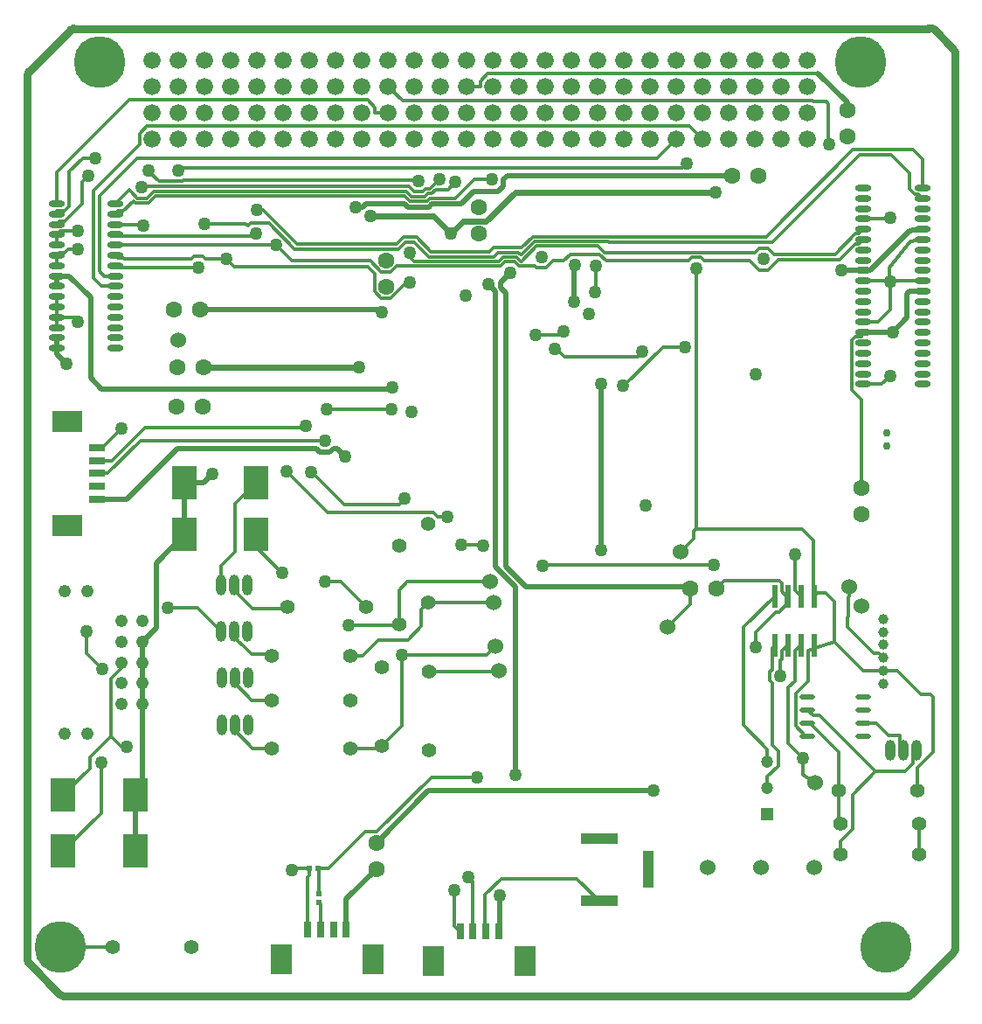
<source format=gtl>
G04 Layer_Physical_Order=1*
G04 Layer_Color=255*
%FSLAX43Y43*%
%MOMM*%
G71*
G01*
G75*
%ADD10R,0.800X1.600*%
%ADD11R,0.610X0.559*%
%ADD12R,0.559X0.610*%
%ADD13R,0.559X2.184*%
%ADD14R,2.400X3.300*%
%ADD15O,1.500X0.550*%
%ADD16O,1.600X0.600*%
%ADD17R,1.600X0.800*%
%ADD18R,3.000X2.100*%
%ADD19C,0.330*%
%ADD20C,0.559*%
%ADD21C,0.508*%
%ADD22C,0.305*%
%ADD23C,0.762*%
%ADD24C,0.762*%
%ADD25C,1.524*%
%ADD26R,1.200X1.200*%
%ADD27C,1.200*%
%ADD28C,1.220*%
%ADD29O,1.000X2.000*%
%ADD30O,1.000X2.000*%
%ADD31C,1.400*%
%ADD32R,2.100X3.000*%
%ADD33C,1.600*%
%ADD34C,1.000*%
%ADD35C,0.750*%
%ADD36R,3.600X1.100*%
%ADD37R,1.100X3.600*%
%ADD38C,1.676*%
%ADD39C,1.270*%
%ADD40C,5.000*%
D10*
X45990Y7036D02*
D03*
X44740D02*
D03*
X43490D02*
D03*
X42240D02*
D03*
X31222Y7229D02*
D03*
X29972D02*
D03*
X28722D02*
D03*
X27472D02*
D03*
D11*
X28575Y10630D02*
D03*
Y9792D02*
D03*
D12*
X28461Y13106D02*
D03*
X27622D02*
D03*
D13*
X72720Y39472D02*
D03*
X73990D02*
D03*
X75260D02*
D03*
X76530D02*
D03*
Y34747D02*
D03*
X75260D02*
D03*
X73990D02*
D03*
X72720D02*
D03*
D14*
X22474Y50444D02*
D03*
X15524D02*
D03*
X22474Y45441D02*
D03*
X15524D02*
D03*
X3789Y20193D02*
D03*
X10739D02*
D03*
X3789Y14834D02*
D03*
X10739D02*
D03*
D15*
X81321Y25933D02*
D03*
Y27203D02*
D03*
Y28473D02*
D03*
Y29743D02*
D03*
X75921Y25933D02*
D03*
Y27203D02*
D03*
Y28473D02*
D03*
Y29743D02*
D03*
D16*
X87031Y59994D02*
D03*
Y60994D02*
D03*
Y61994D02*
D03*
Y62994D02*
D03*
Y63994D02*
D03*
Y64994D02*
D03*
Y65994D02*
D03*
Y66994D02*
D03*
Y67994D02*
D03*
Y68994D02*
D03*
Y69994D02*
D03*
Y70994D02*
D03*
Y71994D02*
D03*
Y72994D02*
D03*
Y73994D02*
D03*
Y74994D02*
D03*
Y75994D02*
D03*
Y76994D02*
D03*
Y77994D02*
D03*
Y78994D02*
D03*
X81331D02*
D03*
Y77994D02*
D03*
Y76994D02*
D03*
Y75994D02*
D03*
Y74994D02*
D03*
Y73994D02*
D03*
Y72994D02*
D03*
Y71994D02*
D03*
Y70994D02*
D03*
Y69994D02*
D03*
Y68994D02*
D03*
Y67994D02*
D03*
Y66994D02*
D03*
Y65994D02*
D03*
Y64994D02*
D03*
Y63994D02*
D03*
Y62994D02*
D03*
Y61994D02*
D03*
Y60994D02*
D03*
Y59994D02*
D03*
X8824Y63470D02*
D03*
Y64470D02*
D03*
Y65470D02*
D03*
Y66470D02*
D03*
Y67470D02*
D03*
Y68470D02*
D03*
Y69470D02*
D03*
Y70470D02*
D03*
Y71470D02*
D03*
Y72470D02*
D03*
Y73470D02*
D03*
Y74470D02*
D03*
Y75470D02*
D03*
Y76470D02*
D03*
Y77470D02*
D03*
X3124D02*
D03*
Y76470D02*
D03*
Y75470D02*
D03*
Y74470D02*
D03*
Y73470D02*
D03*
Y72470D02*
D03*
Y71470D02*
D03*
Y70470D02*
D03*
Y69470D02*
D03*
Y68470D02*
D03*
Y67470D02*
D03*
Y66470D02*
D03*
Y65470D02*
D03*
Y64470D02*
D03*
Y63470D02*
D03*
D17*
X7042Y53855D02*
D03*
Y52605D02*
D03*
Y51355D02*
D03*
Y50105D02*
D03*
Y48855D02*
D03*
D18*
X4142Y56405D02*
D03*
Y46305D02*
D03*
D19*
X81153Y49911D02*
Y58488D01*
X80239Y59402D02*
X81153Y58488D01*
X80239Y59402D02*
Y64239D01*
X80586Y64586D01*
X81153D01*
Y64816D01*
X81331Y64994D01*
X42342Y44425D02*
X44399D01*
X44450Y44374D01*
X29362Y57556D02*
X35585D01*
X29312Y57607D02*
X29362Y57556D01*
X50317Y42469D02*
X66802D01*
X63602Y43739D02*
X64897Y45034D01*
Y45771D01*
X39446Y21946D02*
X43891D01*
X34163Y16662D02*
X39446Y21946D01*
X33020Y16662D02*
X34163D01*
X29464Y13106D02*
X33020Y16662D01*
X28461Y13106D02*
X29464D01*
X23165Y76860D02*
X26467Y73558D01*
X22581Y76860D02*
X23165D01*
X26467Y73558D02*
X36115D01*
X36763Y74206D01*
X38015D01*
X39424Y72796D01*
X45110D01*
X45529Y73215D01*
X48232D01*
X49299Y74282D01*
X71895D01*
X80289Y82677D01*
X17475Y75514D02*
X21471D01*
X21674Y75311D01*
X8961Y74333D02*
X22187D01*
X8824Y74470D02*
X8961Y74333D01*
X22187D02*
X22428Y74574D01*
X21674Y75311D02*
X21992Y75629D01*
X23704D01*
X26231Y73101D01*
X36304D01*
X36952Y73749D01*
X37825D01*
X39235Y72339D01*
X45466D01*
X45885Y72758D01*
X47882D01*
X48121Y72519D01*
X48182D01*
X49488Y73825D01*
X56578D01*
X56693Y73711D01*
X72492D02*
X81001Y82220D01*
X56693Y73711D02*
X72492D01*
X72096Y73159D02*
X72662Y72593D01*
X71223Y73159D02*
X72096D01*
X70784Y72720D02*
X71223Y73159D01*
X56239Y72720D02*
X70784D01*
X65550Y72263D02*
X65880Y71933D01*
X64676Y72263D02*
X65550D01*
X64346Y71933D02*
X64676Y72263D01*
X70340Y71933D02*
X71223Y71051D01*
X65880Y71933D02*
X70340D01*
X56380D02*
X64346D01*
X80289Y82677D02*
X86157D01*
X48111Y71882D02*
X48192D01*
X47692Y72301D02*
X48111Y71882D01*
X46440Y72301D02*
X47692D01*
X46021Y71882D02*
X46440Y72301D01*
X37770Y71882D02*
X46021D01*
X47922Y71425D02*
X48381D01*
X47503Y71844D02*
X47922Y71425D01*
X46630Y71844D02*
X47503D01*
X46210Y71425D02*
X46630Y71844D01*
X37580Y71425D02*
X46210D01*
X48432Y71476D02*
X49462D01*
X48381Y71425D02*
X48432Y71476D01*
X37530D02*
X37580Y71425D01*
X36114Y71476D02*
X37530D01*
X48192Y71882D02*
X49678Y73368D01*
X36932Y72720D02*
X37770Y71882D01*
X19558Y72136D02*
X20320Y71374D01*
X33299D01*
X33960Y70714D01*
Y68966D02*
Y70714D01*
Y68966D02*
X34600Y68326D01*
X35504D01*
X37028Y69850D01*
X37389D01*
X49462Y71476D02*
X49678Y71260D01*
X35504Y70866D02*
X36114Y71476D01*
X49678Y73368D02*
X55592D01*
X56239Y72720D01*
X72662Y72593D02*
X78593D01*
X80586Y74586D01*
X80923D01*
X81331Y74994D01*
X73093Y72048D02*
X79048D01*
X72096Y71051D02*
X73093Y72048D01*
X55758Y72555D02*
X56380Y71933D01*
X52929Y72555D02*
X55758D01*
X52306Y71933D02*
X52929Y72555D01*
X50551Y71260D02*
X51224Y71933D01*
X33533D02*
X34600Y70866D01*
X25909Y71933D02*
X33533D01*
X51224D02*
X52306D01*
X79048Y72048D02*
X80586Y73586D01*
X71223Y71051D02*
X72096D01*
X49678Y71260D02*
X50551D01*
X34600Y70866D02*
X35504D01*
X24372Y73470D02*
X25909Y71933D01*
X80923Y73586D02*
X81331Y73994D01*
X80586Y73586D02*
X80923D01*
X37257Y79134D02*
X37765Y78626D01*
X37068Y78676D02*
X37576Y78169D01*
X11841Y77991D02*
X12527Y78676D01*
X36878Y78219D02*
X37386Y77711D01*
X12031Y77534D02*
X12716Y78219D01*
X36878D01*
X12527Y78676D02*
X37068D01*
X11493Y79134D02*
X37257D01*
X11405Y79045D02*
X11493Y79134D01*
X39296Y77991D02*
X41737D01*
X39332Y78905D02*
X40284Y79858D01*
X39017Y77711D02*
X39296Y77991D01*
X37386Y77711D02*
X39017D01*
X39107Y78448D02*
X39521D01*
X38828Y78169D02*
X39107Y78448D01*
X37576Y78169D02*
X38828D01*
X38918Y78905D02*
X39332D01*
X38638Y78626D02*
X38918Y78905D01*
X37765Y78626D02*
X38638D01*
X39521Y78448D02*
X39877Y78803D01*
X41737Y77991D02*
X43604Y79858D01*
X10592Y77720D02*
X10779Y77534D01*
X10592Y77720D02*
X10592D01*
X10351Y78608D02*
X10968Y77991D01*
X10779Y77534D02*
X12031D01*
X9622Y76751D02*
X10592Y77720D01*
X10968Y77991D02*
X11841D01*
X41059Y78803D02*
X41808Y79553D01*
X10351Y78608D02*
Y78636D01*
X10170Y78816D02*
X10351Y78636D01*
X39877Y78803D02*
X41059D01*
X8824Y77470D02*
X10170Y78816D01*
X43604Y79858D02*
X45314D01*
X55372Y69164D02*
Y71450D01*
Y69164D02*
X55499Y69037D01*
X65113Y45987D02*
Y71209D01*
X81001Y82220D02*
X84049D01*
X85827Y80442D01*
Y78861D02*
Y80442D01*
Y78861D02*
X86286Y78402D01*
X86623D01*
X87031Y77994D01*
X86157Y82677D02*
X87031Y81803D01*
Y78994D02*
Y81803D01*
X74727Y40005D02*
X75260Y39472D01*
X74727Y40005D02*
Y43485D01*
X76479Y39522D02*
X76530Y39472D01*
X76479Y39522D02*
Y44895D01*
X75387Y45987D02*
X76479Y44895D01*
X65113Y45987D02*
X75387D01*
X77953Y83185D02*
Y87122D01*
X77724Y87351D02*
X77953Y87122D01*
X76452Y87351D02*
X77724D01*
X76389Y87414D02*
X76452Y87351D01*
X36690Y87414D02*
X76389D01*
X35281Y88824D02*
X36690Y87414D01*
X49530Y64770D02*
X51892D01*
X52261Y65138D01*
X45898Y7128D02*
X45990Y7036D01*
X25959Y12979D02*
X26086Y13106D01*
X27622D01*
X27472Y12308D02*
X27622Y12459D01*
Y13106D01*
X28461D02*
X28575Y12992D01*
X63767Y80912D02*
X64211Y81356D01*
X15151Y80912D02*
X63767D01*
X14935Y80696D02*
X15151Y80912D01*
X12065Y80620D02*
X13043Y79642D01*
X15372D01*
X15461Y79731D02*
X38151D01*
X15372Y79642D02*
X15461Y79731D01*
X38151D02*
X38202Y79680D01*
X39192Y32182D02*
X45974D01*
X46025Y32233D01*
X25959Y12979D02*
X25972Y12967D01*
X27472Y7229D02*
Y12308D01*
X28575Y10630D02*
Y12992D01*
Y9792D02*
X28722Y9645D01*
Y7229D02*
Y9645D01*
X12065Y80620D02*
Y80696D01*
X4343Y80569D02*
X5664Y81890D01*
X6909D01*
X5080Y66040D02*
X5232D01*
X4877Y66243D02*
X5080Y66040D01*
X9105Y76751D02*
X9622D01*
X8824Y76470D02*
X9105Y76751D01*
X9449Y32501D02*
Y33045D01*
X37135Y40869D02*
X45187D01*
X36347Y40081D02*
X37135Y40869D01*
X36347Y36779D02*
Y40081D01*
X44831Y33757D02*
X45669Y34595D01*
X36627Y33757D02*
X44831D01*
X38506Y38202D02*
X39167Y38862D01*
X45491D02*
X45491Y38862D01*
X39167Y38862D02*
X45491D01*
X34671Y24943D02*
X36627Y26899D01*
Y33757D01*
X79781Y36452D02*
X79934Y40411D01*
X79781Y36452D02*
X82294Y33939D01*
X82837D01*
X83267Y33509D01*
X75489Y22174D02*
X76632Y21387D01*
X75489Y22174D02*
Y23774D01*
X78511Y35052D02*
X81305Y32259D01*
X62332Y36449D02*
X64541Y38659D01*
X4877Y66243D02*
X4978Y66345D01*
X6388Y23830D02*
X8259Y25701D01*
X6071Y33934D02*
X7544Y32461D01*
X6071Y33934D02*
Y36093D01*
X73863Y38650D02*
Y39472D01*
X73173Y37960D02*
X73863Y38650D01*
X72835Y37960D02*
X73173D01*
X70866Y35992D02*
X72835Y37960D01*
X70866Y34519D02*
Y35992D01*
X69723Y36474D02*
X72720Y39472D01*
X69723Y26968D02*
Y36474D01*
Y26968D02*
X72034Y24656D01*
X79756Y86487D02*
Y87249D01*
X44920Y90081D02*
X76924D01*
X44183Y89345D02*
X44920Y90081D01*
X44183Y88824D02*
Y89345D01*
X42901Y88824D02*
X44183D01*
X81321Y27203D02*
X82550D01*
X83772Y25981D01*
X84841D01*
Y24913D02*
Y25981D01*
Y24913D02*
X85192Y24562D01*
X76645Y34411D02*
X78511Y35052D01*
X75959Y34176D02*
X76645Y34411D01*
X81305Y32259D02*
X83267D01*
X74016Y25248D02*
X75489Y23774D01*
X74016Y25248D02*
Y30602D01*
X74689Y31275D01*
Y34176D01*
X75260Y34747D01*
X73304Y31725D02*
Y33253D01*
X73419Y33367D01*
Y34176D01*
X73990Y34747D01*
X78511Y35052D02*
Y38938D01*
X77673Y39776D02*
X78511Y38938D01*
X76835Y39776D02*
X77673D01*
X76530Y39472D02*
X76835Y39776D01*
X72034Y23444D02*
Y24656D01*
X73053Y23022D02*
Y24463D01*
X72034Y22003D02*
X73053Y23022D01*
X72034Y20904D02*
Y22003D01*
X80266Y20236D02*
X82508Y22479D01*
X80266Y16935D02*
Y20236D01*
X79070Y15740D02*
X80266Y16935D01*
X79070Y14453D02*
Y15740D01*
X78969Y17577D02*
X79146Y17399D01*
X78969Y17577D02*
Y20625D01*
Y24342D01*
X76107Y27203D02*
X78969Y24342D01*
X75921Y27203D02*
X76107D01*
X75959Y31239D02*
Y34176D01*
X74752Y30032D02*
X75959Y31239D01*
X74752Y26916D02*
Y30032D01*
Y26916D02*
X75734Y25933D01*
X75921D01*
Y28473D02*
X76496Y27897D01*
X77090D01*
X82508Y22479D01*
X85352D01*
X86111Y23237D01*
Y24211D01*
X86462Y24562D01*
X83267Y32259D02*
X84581D01*
X86912Y29928D01*
X87841D01*
X88087Y29682D01*
Y24387D02*
Y29682D01*
X86589Y22889D02*
X88087Y24387D01*
X86589Y20625D02*
Y22889D01*
X86690Y14453D02*
X86766Y14529D01*
Y17399D01*
X10172Y87541D02*
X33261D01*
X3124Y80493D02*
X10172Y87541D01*
X3124Y77470D02*
Y80493D01*
X33261Y87541D02*
X33998Y86805D01*
Y86284D02*
Y86805D01*
Y86284D02*
X35281D01*
X6706Y70274D02*
X7510Y69470D01*
X7290Y70942D02*
X7762Y70470D01*
X8824D01*
X7510Y69470D02*
X8824D01*
X22102Y38303D02*
X22155D01*
X20696Y39708D02*
X22102Y38303D01*
X20696Y39708D02*
Y40238D01*
X20345Y40589D02*
X20696Y40238D01*
X22076Y29362D02*
X22130D01*
X20396Y31042D02*
X22076Y29362D01*
X20396Y31042D02*
Y31572D01*
X22127Y24740D02*
X22181D01*
X20396Y26470D02*
X22127Y24740D01*
X20396Y26470D02*
Y27000D01*
X3124Y76470D02*
Y76751D01*
X3922D02*
X4343Y77172D01*
X3124Y76751D02*
X3922D01*
X3124Y75470D02*
X3405Y75751D01*
X3922D01*
X5613Y77442D01*
Y79604D01*
X7290Y70942D02*
Y78257D01*
X6706Y70274D02*
Y78715D01*
X11189Y83198D01*
Y83198D01*
X11163Y83223D02*
X11189Y83198D01*
X11163Y83223D02*
Y84265D01*
X11900Y85001D01*
X12941D01*
X12967Y84976D02*
X13005Y85014D01*
X12941Y85001D02*
X12967Y84976D01*
X12967D01*
X4343Y77172D02*
Y80569D01*
X5613Y79604D02*
X6198Y80188D01*
X3124Y71470D02*
Y72470D01*
Y66470D02*
Y68470D01*
Y65470D02*
Y66470D01*
X4853D01*
X4978Y66345D01*
X5232Y72949D02*
Y73101D01*
X3124Y72470D02*
X3405Y72751D01*
X3922D01*
X4272Y73101D01*
X5232D01*
X8824Y71470D02*
X8996Y71298D01*
X8824Y72470D02*
X9105Y72189D01*
X9622D01*
X9675Y72136D01*
X16213D02*
X16429Y72352D01*
X17302D01*
X17518Y72136D01*
X19558D01*
X7290Y78257D02*
X10922Y81890D01*
X8824Y73470D02*
X24372D01*
X9675Y72136D02*
X16213D01*
X8996Y71298D02*
X16866D01*
X38506Y36576D02*
Y38202D01*
X37160Y35230D02*
X38506Y36576D01*
X11500Y75470D02*
X11582Y75387D01*
X8824Y75470D02*
X11500D01*
X72466Y25051D02*
X73053Y24463D01*
X72466Y34493D02*
X72720Y34747D01*
X72466Y25051D02*
Y31072D01*
X72250Y31288D02*
X72466Y31072D01*
X72250Y31288D02*
Y32161D01*
X72466Y32377D01*
Y34493D01*
X7442Y18486D02*
Y23393D01*
X3789Y14834D02*
X7442Y18486D01*
X8420Y31472D02*
X9449Y32501D01*
X8420Y25862D02*
Y31472D01*
X6388Y22792D02*
Y23830D01*
X3789Y20193D02*
X6388Y22792D01*
X32461Y61671D02*
X32741D01*
X67856Y40983D02*
X73173D01*
X73419Y40737D01*
Y39916D02*
Y40737D01*
Y39916D02*
X73863Y39472D01*
X10922Y81890D02*
X61366D01*
X59436Y62636D02*
X59919Y63119D01*
X52375Y62636D02*
X59436D01*
X51587Y63424D02*
X52375Y62636D01*
X51410Y63424D02*
X51587D01*
X55347Y68885D02*
X55499Y69037D01*
X58039Y59817D02*
X58107D01*
X61892Y63602D01*
X61943Y63551D01*
X64059D01*
X19075Y42418D02*
X20422Y43764D01*
X19075Y40589D02*
Y42418D01*
X13919Y38329D02*
X16789D01*
X19075Y36043D01*
X8420Y25862D02*
X9415Y24867D01*
X9931D01*
X64897Y45771D02*
X65113Y45987D01*
X64541Y38659D02*
Y40208D01*
X67081D02*
X67856Y40983D01*
X43490Y7036D02*
Y11806D01*
X43028Y12268D02*
X43490Y11806D01*
X41707Y7569D02*
X42240Y7036D01*
X41707Y7569D02*
Y10973D01*
X46253Y12141D02*
X53569D01*
X55753Y9957D01*
X44653Y10541D02*
X46253Y12141D01*
X44653Y6807D02*
Y10541D01*
X3124Y73470D02*
Y74470D01*
X3532Y74878D01*
X5155D01*
X5156Y74879D01*
X3526Y5479D02*
X8679D01*
D20*
X39649Y76251D02*
X41351Y74549D01*
X42570Y75768D01*
X33553Y76251D02*
X39649D01*
X44755Y75768D02*
X47574Y78588D01*
X42570Y75768D02*
X44755D01*
X17348Y61671D02*
X32461D01*
X47574Y78588D02*
X66980D01*
D21*
X46660Y42342D02*
Y68868D01*
X46152Y69376D02*
X46660Y68868D01*
X46152Y69376D02*
Y69875D01*
X44958Y69672D02*
X45669Y68961D01*
Y42316D02*
Y68961D01*
Y42316D02*
X47574Y40411D01*
X46660Y42342D02*
X48616Y40386D01*
X46152Y69875D02*
X47066Y70790D01*
X34366Y67259D02*
X34671Y66954D01*
X17069Y67259D02*
X34366D01*
X7493Y59538D02*
X35636D01*
X32131Y77165D02*
X32817D01*
X33096Y77445D01*
X39523D02*
X42386D01*
X39243Y77165D02*
X39523Y77445D01*
X37160Y77165D02*
X39243D01*
X36881Y77445D02*
X37160Y77165D01*
X33096Y77445D02*
X36881D01*
X42386D02*
X43568Y78626D01*
X45910D02*
X46457Y79172D01*
Y79832D01*
X46812Y80188D01*
X53340Y71501D02*
X53365D01*
X53264Y71425D02*
X53340Y71501D01*
X79172Y70994D02*
X81973D01*
X43568Y78626D02*
X45910D01*
X39167Y20625D02*
X60960D01*
X31222Y10140D02*
X34112Y13030D01*
X31222Y7229D02*
Y10140D01*
X3124Y69470D02*
Y70470D01*
X4384D02*
X6452Y68402D01*
Y60579D02*
Y68402D01*
X3124Y70470D02*
X4384D01*
X14859Y53746D02*
X28305D01*
X9967Y48855D02*
X14859Y53746D01*
X7042Y48855D02*
X9967D01*
X29963Y53746D02*
X30340D01*
X29607Y53391D02*
X29963Y53746D01*
X28660Y53391D02*
X29607D01*
X28305Y53746D02*
X28660Y53391D01*
X30340Y53746D02*
X31115Y52972D01*
X85758Y68994D02*
X87031D01*
X85547Y68783D02*
X85758Y68994D01*
X85547Y66421D02*
Y68783D01*
X84171Y64994D02*
X85547Y66421D01*
X86941Y74904D02*
X87031Y74994D01*
X48616Y40386D02*
X64541D01*
X76924Y90081D02*
X79756Y87249D01*
X81331Y64994D02*
X84171D01*
X3124Y62915D02*
Y64470D01*
Y62915D02*
X4064Y61976D01*
X46812Y80188D02*
X68580D01*
X85808Y74828D02*
X85979D01*
X86055Y74904D01*
X86941D01*
X81973Y70994D02*
X85808Y74828D01*
X6452Y60579D02*
X7493Y59538D01*
X55905Y44018D02*
Y59995D01*
X53315Y67996D02*
Y71374D01*
X34112Y15570D02*
X39167Y20625D01*
X47574Y22250D02*
X47650Y22174D01*
X47574Y22250D02*
Y40411D01*
X45898Y7128D02*
X46101Y7331D01*
Y10490D01*
X12776Y42692D02*
X15524Y45441D01*
Y50444D01*
X12776Y36373D02*
Y42692D01*
X11449Y35045D02*
X12776Y36373D01*
X11449Y20902D02*
Y35045D01*
X10739Y20193D02*
X11449Y20902D01*
X10739Y14834D02*
Y20193D01*
X15524Y50444D02*
X17399D01*
X18263Y51308D01*
D22*
X20422Y48392D02*
X22474Y50444D01*
X36322Y48362D02*
X36855Y48895D01*
X31039Y48362D02*
X36322D01*
X40096Y47117D02*
X40970D01*
X39625Y47588D02*
X40096Y47117D01*
X29424Y47588D02*
X39625D01*
X25425Y51587D02*
X29424Y47588D01*
X83972Y69994D02*
X87031D01*
X22028Y33884D02*
X24003D01*
X29134Y40919D02*
X30658D01*
X31521Y33833D02*
X31623Y33731D01*
X22474Y44226D02*
X24968Y41732D01*
X3789Y20193D02*
Y21128D01*
X61366Y81890D02*
X63221Y83744D01*
X7042Y52605D02*
X8529D01*
X22130Y29362D02*
X24028D01*
X22181Y24740D02*
X23305D01*
X31598Y24714D02*
X34442D01*
X34671Y24943D01*
X7042Y53855D02*
X7551D01*
X81331Y75994D02*
X83843D01*
X83972Y76124D01*
X81331Y69994D02*
X83828D01*
X83972D01*
X81331Y59994D02*
X83083D01*
X83896Y60808D01*
X64491Y85014D02*
X65761Y83744D01*
X8529Y52605D02*
X11703Y55778D01*
X7042Y51355D02*
X8070D01*
X11249Y54534D01*
X20345Y35567D02*
Y36043D01*
X21276Y34636D02*
X22028Y33884D01*
X21240Y34636D02*
X21276D01*
X20709Y35167D02*
X21240Y34636D01*
X20709Y35167D02*
Y35203D01*
X20345Y35567D02*
X20709Y35203D01*
X22155Y38303D02*
X25527D01*
X83828Y69994D02*
Y71255D01*
X85890Y73861D01*
X87031Y73994D01*
X13005Y85014D02*
X64491D01*
X31623Y33731D02*
X32791D01*
X30658Y40919D02*
X33147Y38430D01*
X32791Y33731D02*
X34290Y35230D01*
X37160D01*
X27762Y51486D02*
X27915D01*
X31039Y48362D01*
X11249Y54534D02*
X29185D01*
X11703Y55778D02*
X27457D01*
X83972Y67234D02*
Y69994D01*
X81331Y65994D02*
X82733D01*
X83972Y67234D01*
X7551Y53855D02*
X9398Y55702D01*
X20422Y43764D02*
Y48392D01*
X31420Y36678D02*
X36246Y36678D01*
D23*
X90170Y92202D02*
G03*
X90058Y92472I-381J0D01*
G01*
X90170Y92202D02*
G03*
X90058Y92471I-381J0D01*
G01*
X88154Y94376D02*
G03*
X87694Y94437I-270J-269D01*
G01*
X88153Y94376D02*
G03*
X87694Y94437I-269J-269D01*
G01*
X90058Y4988D02*
G03*
X90170Y5258I-269J269D01*
G01*
X90058Y4988D02*
G03*
X90170Y5258I-269J270D01*
G01*
X85700Y787D02*
G03*
X85969Y899I0J381D01*
G01*
X85700Y787D02*
G03*
X85969Y899I0J381D01*
G01*
X4775Y94437D02*
G03*
X4506Y94326I0J-381D01*
G01*
X4775Y94437D02*
G03*
X4505Y94325I0J-381D01*
G01*
X417Y90237D02*
G03*
X305Y89967I269J-270D01*
G01*
X416Y90236D02*
G03*
X305Y89967I269J-269D01*
G01*
X3464Y899D02*
G03*
X3734Y787I269J269D01*
G01*
X305Y4216D02*
G03*
X416Y3947I381J0D01*
G01*
X305Y4216D02*
G03*
X417Y3947I381J0D01*
G01*
X3464Y899D02*
G03*
X3734Y787I270J269D01*
G01*
X3439Y925D02*
G03*
X3439Y924I270J269D01*
G01*
X88153Y94376D02*
X88154Y94376D01*
X90058Y92472D01*
X90058Y92471D01*
X90170Y91821D02*
Y92202D01*
Y5258D02*
Y91821D01*
X90058Y4988D02*
X90058Y4988D01*
X85969Y899D02*
X90058Y4988D01*
X85969Y899D02*
X85969Y899D01*
X84506Y787D02*
X85700D01*
X4801Y94437D02*
X87694D01*
X4775D02*
X4801D01*
X4505Y94325D02*
X4506Y94326D01*
X417Y90237D02*
X4505Y94325D01*
X416Y90236D02*
X417Y90237D01*
X305Y4216D02*
Y89967D01*
X3734Y787D02*
X84506D01*
X416Y3947D02*
X417Y3947D01*
X3439Y925D01*
X3439Y924D01*
X3439Y924D01*
X3464Y899D01*
X3464Y899D01*
D24*
X3439Y924D02*
D03*
D25*
X45187Y40869D02*
D03*
X45669Y34595D02*
D03*
X45491Y38862D02*
D03*
X46025Y32233D02*
D03*
X81178Y38506D02*
D03*
X79934Y40411D02*
D03*
X76632Y21387D02*
D03*
X62332Y36449D02*
D03*
X14910Y64287D02*
D03*
X63602Y43739D02*
D03*
X66270Y13183D02*
D03*
X76530D02*
D03*
X71400D02*
D03*
D26*
X72034Y18364D02*
D03*
D27*
Y20904D02*
D03*
Y23444D02*
D03*
D28*
X11449Y29045D02*
D03*
X9449D02*
D03*
X11449Y31045D02*
D03*
X9449D02*
D03*
X11449Y33045D02*
D03*
X9449D02*
D03*
X11449Y35045D02*
D03*
X9449D02*
D03*
X11449Y37045D02*
D03*
X9449D02*
D03*
X6159Y39970D02*
D03*
X3899D02*
D03*
X6159Y26120D02*
D03*
X3899D02*
D03*
D29*
X19126Y27000D02*
D03*
Y31572D02*
D03*
X19075Y36043D02*
D03*
Y40589D02*
D03*
X85192Y24562D02*
D03*
D30*
X20396Y27000D02*
D03*
X21666D02*
D03*
X20396Y31572D02*
D03*
X21666D02*
D03*
X20345Y36043D02*
D03*
X21615D02*
D03*
X20345Y40589D02*
D03*
X21615D02*
D03*
X83922Y24562D02*
D03*
X86462D02*
D03*
D31*
X34671Y32563D02*
D03*
Y24943D02*
D03*
X36347Y44399D02*
D03*
Y36779D02*
D03*
X39167Y46482D02*
D03*
Y38862D02*
D03*
X39192Y24562D02*
D03*
Y32182D02*
D03*
X25527Y38430D02*
D03*
X33147D02*
D03*
X24003Y33731D02*
D03*
X31623D02*
D03*
X24028Y29362D02*
D03*
X31648D02*
D03*
X23978Y24714D02*
D03*
X31598D02*
D03*
X86589Y20625D02*
D03*
X78969D02*
D03*
X79146Y17399D02*
D03*
X86766D02*
D03*
X79070Y14453D02*
D03*
X86690D02*
D03*
X16205Y5461D02*
D03*
X8585D02*
D03*
D32*
X33772Y4329D02*
D03*
X24922D02*
D03*
X48540Y4136D02*
D03*
X39690D02*
D03*
D33*
X17348Y61671D02*
D03*
X14808D02*
D03*
X67081Y40208D02*
D03*
X64541D02*
D03*
X71120Y80162D02*
D03*
X68580D02*
D03*
X44069Y74549D02*
D03*
Y77089D02*
D03*
X79756Y86487D02*
D03*
Y83947D02*
D03*
X34112Y13030D02*
D03*
Y15570D02*
D03*
X14732Y57861D02*
D03*
X17272D02*
D03*
X14529Y67259D02*
D03*
X17069D02*
D03*
X81153Y49911D02*
D03*
Y47371D02*
D03*
X35052Y71958D02*
D03*
Y69418D02*
D03*
D34*
X83267Y32259D02*
D03*
Y37259D02*
D03*
Y34759D02*
D03*
Y31009D02*
D03*
Y36009D02*
D03*
Y33509D02*
D03*
D35*
X83591Y54020D02*
D03*
Y55275D02*
D03*
D36*
X55753Y9957D02*
D03*
Y16007D02*
D03*
D37*
X60453Y13007D02*
D03*
D38*
X12421Y91364D02*
D03*
Y88824D02*
D03*
Y86284D02*
D03*
Y83744D02*
D03*
X14961Y91364D02*
D03*
Y88824D02*
D03*
Y86284D02*
D03*
Y83744D02*
D03*
X17501Y91364D02*
D03*
Y88824D02*
D03*
Y86284D02*
D03*
Y83744D02*
D03*
X20041Y91364D02*
D03*
Y88824D02*
D03*
Y86284D02*
D03*
Y83744D02*
D03*
X22581Y91364D02*
D03*
Y88824D02*
D03*
Y86284D02*
D03*
Y83744D02*
D03*
X25121Y91364D02*
D03*
Y88824D02*
D03*
Y86284D02*
D03*
Y83744D02*
D03*
X27661Y91364D02*
D03*
Y88824D02*
D03*
Y86284D02*
D03*
Y83744D02*
D03*
X30201Y91364D02*
D03*
Y88824D02*
D03*
Y86284D02*
D03*
Y83744D02*
D03*
X32741Y91364D02*
D03*
Y88824D02*
D03*
Y86284D02*
D03*
Y83744D02*
D03*
X35281Y91364D02*
D03*
Y88824D02*
D03*
Y86284D02*
D03*
Y83744D02*
D03*
X37821Y91364D02*
D03*
Y88824D02*
D03*
X40361Y86284D02*
D03*
Y83744D02*
D03*
Y91364D02*
D03*
Y88824D02*
D03*
X42901Y86284D02*
D03*
Y83744D02*
D03*
Y91364D02*
D03*
Y88824D02*
D03*
X45441Y86284D02*
D03*
Y83744D02*
D03*
Y91364D02*
D03*
Y88824D02*
D03*
X47981Y86284D02*
D03*
Y83744D02*
D03*
Y91364D02*
D03*
Y88824D02*
D03*
X50521Y86284D02*
D03*
Y83744D02*
D03*
Y91364D02*
D03*
Y88824D02*
D03*
X53061Y86284D02*
D03*
Y83744D02*
D03*
Y91364D02*
D03*
Y88824D02*
D03*
X55601Y86284D02*
D03*
Y83744D02*
D03*
Y91364D02*
D03*
Y88824D02*
D03*
X58141Y86284D02*
D03*
Y83744D02*
D03*
Y91364D02*
D03*
Y88824D02*
D03*
X60681Y86284D02*
D03*
Y83744D02*
D03*
Y91364D02*
D03*
Y88824D02*
D03*
X63221Y86284D02*
D03*
Y83744D02*
D03*
Y91364D02*
D03*
Y88824D02*
D03*
X65761Y86284D02*
D03*
Y83744D02*
D03*
Y91364D02*
D03*
Y88824D02*
D03*
X68301Y86284D02*
D03*
Y83744D02*
D03*
Y91364D02*
D03*
Y88824D02*
D03*
X70841Y86284D02*
D03*
Y83744D02*
D03*
Y91364D02*
D03*
Y88824D02*
D03*
X73381Y86284D02*
D03*
Y83744D02*
D03*
Y91364D02*
D03*
Y88824D02*
D03*
X75921Y86284D02*
D03*
Y83744D02*
D03*
Y91364D02*
D03*
Y88824D02*
D03*
X37821Y86284D02*
D03*
Y83744D02*
D03*
D39*
X41351Y74549D02*
D03*
X44450Y44374D02*
D03*
X42342Y44425D02*
D03*
X50241Y42418D02*
D03*
X35585Y57556D02*
D03*
X66802Y42469D02*
D03*
X34671Y66954D02*
D03*
X29312Y57607D02*
D03*
X43891Y21946D02*
D03*
X22581Y76860D02*
D03*
X17475Y75514D02*
D03*
X37389Y69850D02*
D03*
Y72695D02*
D03*
X33553Y76251D02*
D03*
X32131Y77165D02*
D03*
X47066Y70790D02*
D03*
X45009Y69672D02*
D03*
X50114Y72314D02*
D03*
X45314Y79858D02*
D03*
X53365Y71501D02*
D03*
X55372Y71450D02*
D03*
X65113Y71209D02*
D03*
X79172Y70994D02*
D03*
X78003Y83185D02*
D03*
X14935Y80696D02*
D03*
X74727Y43485D02*
D03*
X49530Y64770D02*
D03*
X52261Y65138D02*
D03*
X64211Y81356D02*
D03*
X41808Y79553D02*
D03*
X38202Y79680D02*
D03*
X60960Y20625D02*
D03*
X25972Y12967D02*
D03*
X12065Y80696D02*
D03*
X6909Y81890D02*
D03*
X5232Y66040D02*
D03*
X36627Y33757D02*
D03*
X13919Y38329D02*
D03*
X9931Y24867D02*
D03*
X7544Y32461D02*
D03*
X6071Y36093D02*
D03*
X70866Y34519D02*
D03*
X36855Y48895D02*
D03*
X40970Y47117D02*
D03*
X31115Y52972D02*
D03*
X75489Y23774D02*
D03*
X73304Y31725D02*
D03*
X84171Y64994D02*
D03*
X29134Y40919D02*
D03*
X24968Y41732D02*
D03*
X83972Y76124D02*
D03*
X83896Y69926D02*
D03*
Y60808D02*
D03*
X6198Y80188D02*
D03*
X5232Y73101D02*
D03*
X24372Y73470D02*
D03*
X22428Y74574D02*
D03*
X16866Y71298D02*
D03*
X19558Y72136D02*
D03*
X40284Y79858D02*
D03*
X11405Y79045D02*
D03*
X25425Y51587D02*
D03*
X27762Y51486D02*
D03*
X27280Y55931D02*
D03*
X29134Y54534D02*
D03*
X11582Y75387D02*
D03*
X7442Y23393D02*
D03*
X4064Y61976D02*
D03*
X66980Y78588D02*
D03*
X32461Y61671D02*
D03*
X9398Y55702D02*
D03*
X35636Y59690D02*
D03*
X59919Y63119D02*
D03*
X51410Y63424D02*
D03*
X70917Y60985D02*
D03*
X71659Y72105D02*
D03*
X42824Y68555D02*
D03*
X53315Y67996D02*
D03*
X54762Y66802D02*
D03*
X55347Y68885D02*
D03*
X37541Y57277D02*
D03*
X60198Y48260D02*
D03*
X55880Y60046D02*
D03*
X55931Y43967D02*
D03*
X58039Y59817D02*
D03*
X64059Y63551D02*
D03*
X31420Y36678D02*
D03*
X43028Y12268D02*
D03*
X41707Y10973D02*
D03*
X47650Y22174D02*
D03*
X46101Y10490D02*
D03*
X5156Y74879D02*
D03*
X18263Y51308D02*
D03*
D40*
X7326Y91179D02*
D03*
X81026D02*
D03*
X83526Y5479D02*
D03*
X3526D02*
D03*
M02*

</source>
